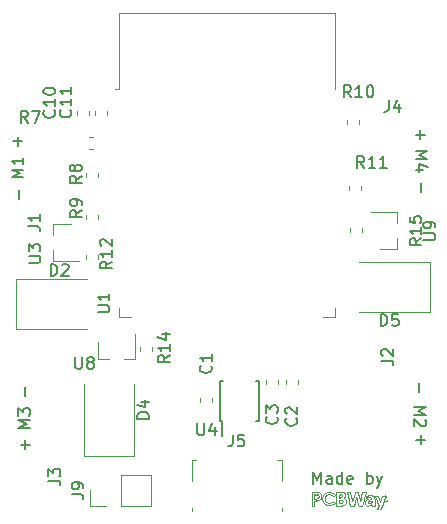
<source format=gbr>
G04 #@! TF.GenerationSoftware,KiCad,Pcbnew,(5.1.5)-3*
G04 #@! TF.CreationDate,2020-08-30T19:55:31+02:00*
G04 #@! TF.ProjectId,Drone_PCB,44726f6e-655f-4504-9342-2e6b69636164,rev?*
G04 #@! TF.SameCoordinates,Original*
G04 #@! TF.FileFunction,Legend,Top*
G04 #@! TF.FilePolarity,Positive*
%FSLAX46Y46*%
G04 Gerber Fmt 4.6, Leading zero omitted, Abs format (unit mm)*
G04 Created by KiCad (PCBNEW (5.1.5)-3) date 2020-08-30 19:55:31*
%MOMM*%
%LPD*%
G04 APERTURE LIST*
%ADD10C,0.150000*%
%ADD11C,0.040000*%
%ADD12C,0.120000*%
G04 APERTURE END LIST*
D10*
X76214647Y-72766180D02*
X76214647Y-71766180D01*
X76547980Y-72480466D01*
X76881314Y-71766180D01*
X76881314Y-72766180D01*
X77786076Y-72766180D02*
X77786076Y-72242371D01*
X77738457Y-72147133D01*
X77643219Y-72099514D01*
X77452742Y-72099514D01*
X77357504Y-72147133D01*
X77786076Y-72718561D02*
X77690838Y-72766180D01*
X77452742Y-72766180D01*
X77357504Y-72718561D01*
X77309885Y-72623323D01*
X77309885Y-72528085D01*
X77357504Y-72432847D01*
X77452742Y-72385228D01*
X77690838Y-72385228D01*
X77786076Y-72337609D01*
X78690838Y-72766180D02*
X78690838Y-71766180D01*
X78690838Y-72718561D02*
X78595600Y-72766180D01*
X78405123Y-72766180D01*
X78309885Y-72718561D01*
X78262266Y-72670942D01*
X78214647Y-72575704D01*
X78214647Y-72289990D01*
X78262266Y-72194752D01*
X78309885Y-72147133D01*
X78405123Y-72099514D01*
X78595600Y-72099514D01*
X78690838Y-72147133D01*
X79547980Y-72718561D02*
X79452742Y-72766180D01*
X79262266Y-72766180D01*
X79167028Y-72718561D01*
X79119409Y-72623323D01*
X79119409Y-72242371D01*
X79167028Y-72147133D01*
X79262266Y-72099514D01*
X79452742Y-72099514D01*
X79547980Y-72147133D01*
X79595600Y-72242371D01*
X79595600Y-72337609D01*
X79119409Y-72432847D01*
X80786076Y-72766180D02*
X80786076Y-71766180D01*
X80786076Y-72147133D02*
X80881314Y-72099514D01*
X81071790Y-72099514D01*
X81167028Y-72147133D01*
X81214647Y-72194752D01*
X81262266Y-72289990D01*
X81262266Y-72575704D01*
X81214647Y-72670942D01*
X81167028Y-72718561D01*
X81071790Y-72766180D01*
X80881314Y-72766180D01*
X80786076Y-72718561D01*
X81595600Y-72099514D02*
X81833695Y-72766180D01*
X82071790Y-72099514D02*
X81833695Y-72766180D01*
X81738457Y-73004276D01*
X81690838Y-73051895D01*
X81595600Y-73099514D01*
D11*
X78705464Y-74403828D02*
G75*
G02X78636179Y-74431901I-103732J156479D01*
G01*
X79034674Y-74200428D02*
G75*
G02X79041416Y-74303834I-789675J-103406D01*
G01*
X78746568Y-74357090D02*
G75*
G02X78705464Y-74403828I-106987J52647D01*
G01*
X78759374Y-74265717D02*
G75*
G02X78761416Y-74293289I-185094J-27572D01*
G01*
X78744274Y-74209711D02*
G75*
G02X78753243Y-74236401I-218237J-88193D01*
G01*
X78733596Y-74190518D02*
G75*
G02X78744274Y-74209711I-71869J-52552D01*
G01*
X78421416Y-73811861D02*
X78421416Y-73682803D01*
X79039391Y-74379864D02*
G75*
G02X79031992Y-74425737I-217941J11617D01*
G01*
X79031992Y-74425737D02*
G75*
G02X79016244Y-74462072I-134570J36745D01*
G01*
X78987242Y-74502230D02*
G75*
G02X78907116Y-74574557I-302362J254421D01*
G01*
X78677308Y-73880236D02*
G75*
G02X78646498Y-73915918I-100689J55798D01*
G01*
X78446416Y-73485164D02*
X78121416Y-73476222D01*
X78614587Y-73712609D02*
G75*
G02X78645126Y-73727613I-60305J-161327D01*
G01*
X78526416Y-73693982D02*
G75*
G02X78575375Y-73701451I-57867J-543510D01*
G01*
X78896220Y-74040820D02*
G75*
G02X78969014Y-74083163I-162778J-363579D01*
G01*
X78667646Y-73746775D02*
G75*
G02X78688972Y-73786683I-76286J-66418D01*
G01*
X78927845Y-73919384D02*
G75*
G02X78859941Y-73981708I-155396J101156D01*
G01*
X79012350Y-74132451D02*
G75*
G02X79034674Y-74200429I-168373J-92949D01*
G01*
X78907117Y-74574557D02*
G75*
G02X78816362Y-74615497I-162170J238434D01*
G01*
X78816361Y-74615497D02*
G75*
G02X78683693Y-74635137I-161061J630069D01*
G01*
X79016244Y-74462072D02*
G75*
G02X78987243Y-74502230I-285153J175380D01*
G01*
X78421416Y-73682803D02*
X78526416Y-73693982D01*
X78692322Y-73834192D02*
G75*
G02X78677308Y-73880236I-126685J15839D01*
G01*
X78890075Y-73556911D02*
G75*
G02X78948459Y-73621299I-127243J-174040D01*
G01*
X78688972Y-73786683D02*
G75*
G02X78692322Y-73834192I-118731J-32245D01*
G01*
X78627592Y-73925572D02*
G75*
G02X78595132Y-73933575I-95943J319330D01*
G01*
X78421416Y-73940918D02*
X78421416Y-73811861D01*
X79039391Y-74379864D02*
X79041416Y-74303834D01*
X78575374Y-73701451D02*
G75*
G02X78614587Y-73712609I-49539J-248585D01*
G01*
X78761415Y-74293289D02*
G75*
G02X78746568Y-74357089I-144501J0D01*
G01*
X78948459Y-73621298D02*
G75*
G02X78978280Y-73714097I-190048J-112264D01*
G01*
X78835527Y-73996886D02*
G75*
G02X78859941Y-73981708I129101J-180432D01*
G01*
X78645126Y-73727612D02*
G75*
G02X78667646Y-73746775I-52386J-84379D01*
G01*
X78556813Y-73939078D02*
G75*
G02X78517593Y-73940918I-39220J417102D01*
G01*
X78121416Y-74640918D02*
X78446416Y-74640479D01*
X78595132Y-73933575D02*
G75*
G02X78556813Y-73939079I-75386J388709D01*
G01*
X78646498Y-73915918D02*
G75*
G02X78627592Y-73925572I-35945J47056D01*
G01*
X78679613Y-73496230D02*
X78446416Y-73485164D01*
X78896221Y-74040820D02*
X78845097Y-74017191D01*
X78978280Y-73714098D02*
G75*
G02X78970031Y-73822041I-329119J-29136D01*
G01*
X78808917Y-73517902D02*
G75*
G02X78890075Y-73556911I-64659J-238454D01*
G01*
X78970031Y-73822041D02*
G75*
G02X78927845Y-73919384I-307888J75619D01*
G01*
X78121416Y-74058570D02*
X78121416Y-74640918D01*
X78446416Y-74640479D02*
X78683693Y-74635137D01*
X78517593Y-73940918D02*
X78421416Y-73940918D01*
X78636179Y-74431900D02*
G75*
G02X78538718Y-74440918I-97461J522151D01*
G01*
X78679613Y-73496231D02*
G75*
G02X78808917Y-73517902I-44740J-663520D01*
G01*
X78121416Y-73476222D02*
X78121416Y-74058570D01*
X78845097Y-74017192D02*
G75*
G02X78833525Y-74006781I11805J24759D01*
G01*
X78969014Y-74083163D02*
G75*
G02X79012350Y-74132451I-90205J-123008D01*
G01*
X78563596Y-74144439D02*
X78636068Y-74150207D01*
X78421416Y-74136405D02*
X78563596Y-74144439D01*
X78421416Y-74288662D02*
X78421416Y-74136405D01*
X78421416Y-74440918D02*
X78421416Y-74288662D01*
X78538718Y-74440918D02*
X78421416Y-74440918D01*
X78753244Y-74236401D02*
G75*
G02X78759373Y-74265718I-248327J-67221D01*
G01*
X78833526Y-74006781D02*
G75*
G02X78835527Y-73996886I6310J3874D01*
G01*
X80451446Y-74364606D02*
X80497657Y-74184818D01*
X79951365Y-74215622D02*
X79971161Y-74290918D01*
X79773152Y-74294653D02*
X79806176Y-74164980D01*
X80399517Y-74565918D02*
X80412603Y-74515531D01*
X80090029Y-73769175D02*
X80060345Y-73645563D01*
X80189585Y-74163585D02*
X80160517Y-74060107D01*
X80211826Y-74229052D02*
X80189585Y-74163585D01*
X80040759Y-74555918D02*
X80062957Y-74640918D01*
X79913050Y-74069246D02*
X79931079Y-74138232D01*
X79901274Y-74023900D02*
X79913050Y-74069246D01*
X79882233Y-73965601D02*
G75*
G02X79891879Y-73991273I-243702J-106219D01*
G01*
X80221633Y-74228956D02*
G75*
G02X80211826Y-74229052I-4921J1726D01*
G01*
X80253473Y-74097811D02*
X80229546Y-74201736D01*
X80221416Y-74640918D02*
X80379874Y-74640918D01*
X79178034Y-73909096D02*
X79218762Y-74067977D01*
X80011158Y-74443012D02*
X80029107Y-74511397D01*
X78681951Y-74158726D02*
G75*
G02X78712512Y-74171512I-33033J-121866D01*
G01*
X80532922Y-73480918D02*
X80387582Y-73480918D01*
X79971161Y-74290918D02*
X79990937Y-74366067D01*
X79891879Y-73991273D02*
X79901274Y-74023900D01*
X79873490Y-73948343D02*
G75*
G02X79882233Y-73965601I-144518J-84058D01*
G01*
X79868033Y-73947634D02*
G75*
G02X79873491Y-73948344I2456J-2456D01*
G01*
X79143861Y-73775142D02*
X79178034Y-73909096D01*
X80379874Y-74640918D02*
X80399517Y-74565918D01*
X79218762Y-74067977D02*
X79259393Y-74225904D01*
X79541441Y-74244039D02*
G75*
G02X79536608Y-74252393I-18056J4870D01*
G01*
X79639686Y-73867167D02*
X79602965Y-74012050D01*
X80229545Y-74201736D02*
G75*
G02X80221632Y-74228957I-253105J58817D01*
G01*
X80281078Y-73974690D02*
X80253473Y-74097811D01*
X80678262Y-73480918D02*
X80532922Y-73480918D01*
X79931079Y-74138232D02*
X79951365Y-74215622D01*
X79994830Y-73486601D02*
G75*
G02X80016261Y-73496710I-9394J-47683D01*
G01*
X78636068Y-74150207D02*
G75*
G02X78681951Y-74158725I-29431J-286372D01*
G01*
X80016261Y-73496710D02*
G75*
G02X80028266Y-73515075I-23186J-28263D01*
G01*
X80123316Y-73908957D02*
X80090029Y-73769175D01*
X80412603Y-74515531D02*
X80451446Y-74364606D01*
X80160517Y-74060107D02*
X80123316Y-73908957D01*
X79835726Y-74054007D02*
X79862300Y-73957467D01*
X80548711Y-73985918D02*
X80678262Y-73480918D01*
X80497657Y-74184818D02*
X80548711Y-73985918D01*
X80062957Y-74640918D02*
X80221416Y-74640918D01*
X80029107Y-74511397D02*
X80040759Y-74555918D01*
X79259393Y-74225904D02*
X79293205Y-74356680D01*
X79689024Y-74630918D02*
X79773152Y-74294653D01*
X79293205Y-74356680D02*
X79367320Y-74642441D01*
X79806176Y-74164980D02*
X79835726Y-74054007D01*
X79862300Y-73957467D02*
G75*
G02X79868033Y-73947634I21533J-5967D01*
G01*
X79536609Y-74252392D02*
G75*
G02X79531925Y-74251069I-1972J1971D01*
G01*
X79602965Y-74012050D02*
X79570590Y-74135530D01*
X79570590Y-74135530D02*
X79541440Y-74244039D01*
X79733787Y-73490918D02*
X79639686Y-73867167D01*
X80311281Y-73835918D02*
X80281078Y-73974690D01*
X79528172Y-74636680D02*
X79689024Y-74630918D01*
X79990937Y-74366067D02*
X80011158Y-74443012D01*
X80387582Y-73480918D02*
X80311281Y-73835918D01*
X78712512Y-74171511D02*
G75*
G02X78733596Y-74190518I-34982J-60003D01*
G01*
X79367320Y-74642441D02*
X79528172Y-74636680D01*
X79875986Y-73485075D02*
X79733787Y-73490918D01*
X79955718Y-73483001D02*
X79875986Y-73485075D01*
X79955718Y-73483000D02*
G75*
G02X79994830Y-73486600I2097J-191490D01*
G01*
X80034995Y-73540780D02*
X80028266Y-73515075D01*
X80060345Y-73645563D02*
X80034995Y-73540780D01*
X81971927Y-74869634D02*
X81979338Y-74850516D01*
X81961479Y-74890957D02*
X81971927Y-74869634D01*
X81949115Y-74911622D02*
X81961479Y-74890957D01*
X81949115Y-74911622D02*
G75*
G02X81925745Y-74938632I-112449J73679D01*
G01*
X81985943Y-74812106D02*
X82103883Y-74486881D01*
X82228208Y-74148052D02*
X82356249Y-73805918D01*
X82560745Y-74202032D02*
G75*
G02X82534543Y-74216401I-44827J50670D01*
G01*
X82103883Y-74486881D02*
X82228208Y-74148052D01*
X81981416Y-74837908D02*
G75*
G02X81985943Y-74812106I75788J1D01*
G01*
X81981416Y-74837908D02*
G75*
G02X81979338Y-74850516I-39299J1D01*
G01*
X82228270Y-73780918D02*
X82090845Y-73780918D01*
X81824206Y-74055918D02*
X81732486Y-73780918D01*
X82294534Y-73782081D02*
X82228270Y-73780918D01*
X81915925Y-74330918D02*
X81824206Y-74055918D01*
X82003385Y-74055918D02*
X81915925Y-74330918D01*
X81446563Y-73780918D02*
X81603989Y-74193922D01*
X81732486Y-73780918D02*
X81589525Y-73780918D01*
X82090845Y-73780918D02*
X82003385Y-74055918D01*
X81589525Y-73780918D02*
X81446563Y-73780918D01*
X82294534Y-73782080D02*
G75*
G02X82332996Y-73786484I-8611J-245377D01*
G01*
X82352405Y-73794286D02*
G75*
G02X82356249Y-73805918I-5265J-8191D01*
G01*
X82332996Y-73786484D02*
G75*
G02X82352406Y-73794286I-10659J-54568D01*
G01*
X77663157Y-73707404D02*
G75*
G02X77779308Y-73740493I-56799J-419782D01*
G01*
X80911415Y-73749670D02*
G75*
G02X80964981Y-73741416I44248J-109218D01*
G01*
X81020966Y-74480918D02*
G75*
G02X80963852Y-74474818I-1J270419D01*
G01*
X81093651Y-74472001D02*
G75*
G02X81020965Y-74480918I-72686J291780D01*
G01*
X81171794Y-74398075D02*
G75*
G02X81143215Y-74444936I-99728J28674D01*
G01*
X80907841Y-74420755D02*
G75*
G02X80901416Y-74365953I230488J54802D01*
G01*
X80927751Y-74455593D02*
G75*
G02X80907841Y-74420755I49334J51302D01*
G01*
X80963851Y-74474818D02*
G75*
G02X80927750Y-74455593I15821J73217D01*
G01*
X81143215Y-74444936D02*
G75*
G02X81093652Y-74472001I-76551J81269D01*
G01*
X81089825Y-73754523D02*
X80964981Y-73741416D01*
X81181416Y-74329785D02*
G75*
G02X81171793Y-74398075I-247137J1D01*
G01*
X80723311Y-74609445D02*
G75*
G02X80655386Y-74520811I166666J198071D01*
G01*
X81181415Y-74038507D02*
G75*
G02X81174539Y-74057742I-30340J-1D01*
G01*
X80898718Y-73753499D02*
X80869384Y-73759152D01*
X80626694Y-74407173D02*
G75*
G02X80642123Y-74292232I303993J17698D01*
G01*
X81089513Y-74610918D02*
G75*
G02X81002006Y-74651013I-162974J240155D01*
G01*
X80642123Y-74292232D02*
G75*
G02X80699462Y-74199795I225903J-76127D01*
G01*
X80825609Y-74126769D02*
G75*
G02X80919137Y-74104288I194688J-604161D01*
G01*
X81048941Y-73944544D02*
G75*
G02X81147448Y-73980116I-54041J-303832D01*
G01*
X80917083Y-73938995D02*
G75*
G02X81048941Y-73944544I45340J-491970D01*
G01*
X80701416Y-73999144D02*
X80786416Y-73968250D01*
X77779308Y-73740493D02*
G75*
G02X77874692Y-73803997I-140886J-315003D01*
G01*
X80699462Y-74199795D02*
G75*
G02X80754933Y-74157691I181405J-181404D01*
G01*
X77914926Y-73600703D02*
G75*
G02X77988338Y-73648201I-491433J-840041D01*
G01*
X81119633Y-74079723D02*
X81046416Y-74087991D01*
X78061415Y-73719563D02*
G75*
G02X78057936Y-73728740I-13844J0D01*
G01*
X81174539Y-74057742D02*
G75*
G02X81156259Y-74070730I-32938J27001D01*
G01*
X80786415Y-73968250D02*
G75*
G02X80917083Y-73938995I178668J-491573D01*
G01*
X77874692Y-73803997D02*
X77918515Y-73845166D01*
X80701416Y-73891257D02*
X80701416Y-73999144D01*
X80701416Y-73783369D02*
X80701416Y-73891257D01*
X78049777Y-73695059D02*
X77988338Y-73648201D01*
X78017335Y-73768583D02*
X78040427Y-73747301D01*
X77840847Y-73562364D02*
G75*
G02X77914926Y-73600703I-333157J-734457D01*
G01*
X81374606Y-73853241D02*
G75*
G02X81418088Y-73923253I-105970J-114322D01*
G01*
X81441416Y-74640918D02*
X81441416Y-74299925D01*
X81187256Y-74622239D02*
G75*
G02X81181416Y-74600918I35998J21320D01*
G01*
X81168785Y-74564320D02*
G75*
G02X81178636Y-74571604I977J-8982D01*
G01*
X81002006Y-74651012D02*
G75*
G02X80899066Y-74664419I-101371J376444D01*
G01*
X81147449Y-73980117D02*
G75*
G02X81181416Y-74038508I-33205J-58391D01*
G01*
X78040427Y-73747301D02*
X78057936Y-73728740D01*
X77918515Y-73845166D02*
X77989965Y-73790669D01*
X77989965Y-73790669D02*
X78017335Y-73768583D01*
X80655385Y-74520811D02*
G75*
G02X80626693Y-74407173I282421J131750D01*
G01*
X81311416Y-74640918D02*
X81441416Y-74640918D01*
X80899066Y-74664419D02*
G75*
G02X80799837Y-74650235I1466J364439D01*
G01*
X80834256Y-73765077D02*
X80796416Y-73770571D01*
X80799837Y-74650236D02*
G75*
G02X80723311Y-74609445I57528J200105D01*
G01*
X81046416Y-74087991D02*
X80919137Y-74104288D01*
X77731016Y-73529400D02*
G75*
G02X77840847Y-73562364I-67090J-422992D01*
G01*
X80911415Y-73749669D02*
G75*
G02X80898718Y-73753499I-27104J66902D01*
G01*
X80754933Y-74157691D02*
G75*
G02X80825609Y-74126769I188379J-334336D01*
G01*
X77597134Y-73519633D02*
G75*
G02X77731015Y-73529400I9269J-795440D01*
G01*
X80869384Y-73759152D02*
X80834256Y-73765077D01*
X80796416Y-73770571D02*
X80701416Y-73783369D01*
X81215010Y-73774992D02*
X81089825Y-73754523D01*
X81215011Y-73774991D02*
G75*
G02X81293074Y-73799591I-71126J-361866D01*
G01*
X81293073Y-73799592D02*
G75*
G02X81374605Y-73853240I-119819J-270871D01*
G01*
X81418088Y-73923253D02*
G75*
G02X81437211Y-74041463I-450227J-133485D01*
G01*
X81149315Y-74571247D02*
G75*
G02X81168785Y-74564320I24302J-37482D01*
G01*
X77350996Y-73568072D02*
G75*
G02X77462679Y-73532556I193906J-416401D01*
G01*
X81156259Y-74070729D02*
G75*
G02X81119633Y-74079723I-58822J160477D01*
G01*
X81089513Y-74610918D02*
X81149315Y-74571247D01*
X78049777Y-73695058D02*
G75*
G02X78061416Y-73719563I-19976J-24505D01*
G01*
X77462679Y-73532556D02*
G75*
G02X77597134Y-73519634I143816J-790437D01*
G01*
X81441416Y-74299925D02*
X81437211Y-74041463D01*
X81235345Y-74639791D02*
X81311416Y-74640918D01*
X81235345Y-74639791D02*
G75*
G02X81202666Y-74634380I3663J123525D01*
G01*
X81202666Y-74634380D02*
G75*
G02X81187256Y-74622239I8002J26007D01*
G01*
X81178636Y-74571604D02*
G75*
G02X81181416Y-74600918I-153202J-29315D01*
G01*
X79531925Y-74251069D02*
X79506932Y-74145572D01*
X76966934Y-73924344D02*
G75*
G02X76921658Y-74050526I-319995J43604D01*
G01*
X76824286Y-73556233D02*
G75*
G02X76912084Y-73646104I-139146J-223759D01*
G01*
X76921658Y-74050526D02*
G75*
G02X76860265Y-74121712I-253962J156957D01*
G01*
X76101416Y-74640918D02*
X76211416Y-74640918D01*
X79479300Y-74023241D02*
X79448188Y-73876144D01*
X79506932Y-74145572D02*
X79479300Y-74023241D01*
X76781571Y-74167580D02*
G75*
G02X76672904Y-74192606I-151510J409453D01*
G01*
X76321416Y-74420918D02*
X76321416Y-74200918D01*
X79218688Y-73485142D02*
X79068632Y-73479366D01*
X76860265Y-74121712D02*
G75*
G02X76781571Y-74167580I-170343J201812D01*
G01*
X79368745Y-73490918D02*
X79218688Y-73485142D01*
X76962637Y-73778894D02*
G75*
G02X76966934Y-73924343I-434695J-85631D01*
G01*
X76672904Y-74192605D02*
G75*
G02X76516416Y-74200479I-160165J1624261D01*
G01*
X76912084Y-73646104D02*
G75*
G02X76962636Y-73778894I-363259J-214308D01*
G01*
X76426416Y-73503863D02*
X76101416Y-73496808D01*
X76711481Y-73516978D02*
G75*
G02X76771158Y-73530997I-40125J-304838D01*
G01*
X76321416Y-74200918D02*
X76516416Y-74200479D01*
X76321416Y-74640918D02*
X76321416Y-74420918D01*
X76211416Y-74640918D02*
X76321416Y-74640918D01*
X79448188Y-73876144D02*
X79368745Y-73490918D01*
X76101416Y-74068863D02*
X76101416Y-74640918D01*
X76101416Y-73496808D02*
X76101416Y-74068863D01*
X76619293Y-73509321D02*
X76426416Y-73503863D01*
X79068632Y-73479366D02*
X79143861Y-73775142D01*
X76619293Y-73509320D02*
G75*
G02X76711481Y-73516978I-33609J-963373D01*
G01*
X76771158Y-73530997D02*
G75*
G02X76824286Y-73556234I-84748J-246953D01*
G01*
X76321416Y-74020918D02*
X76321416Y-73848349D01*
X76738771Y-73848920D02*
G75*
G02X76735775Y-73900156I-154009J-16701D01*
G01*
X77234497Y-73992386D02*
G75*
G02X77301321Y-73845091I347951J-69050D01*
G01*
X77315516Y-74302146D02*
G75*
G02X77239548Y-74155731I288035J242365D01*
G01*
X77427219Y-74391606D02*
G75*
G02X77315517Y-74302145I169434J326022D01*
G01*
X77563685Y-74430641D02*
G75*
G02X77427218Y-74391607I27702J354922D01*
G01*
X77710877Y-74414102D02*
G75*
G02X77563685Y-74430640I-116643J374865D01*
G01*
X77852960Y-74344092D02*
G75*
G02X77710878Y-74414102I-293377J416217D01*
G01*
X77937228Y-74284694D02*
X77852960Y-74344092D01*
X77999476Y-74348917D02*
X77937228Y-74284694D01*
X78061723Y-74413140D02*
X77999476Y-74348917D01*
X77461113Y-74600479D02*
G75*
G02X77350075Y-74570393I62329J449980D01*
G01*
X78006569Y-74464829D02*
X78061723Y-74413140D01*
X77064665Y-74254981D02*
G75*
G02X77041821Y-74151638I521232J169418D01*
G01*
X78006569Y-74464829D02*
G75*
G02X77920241Y-74532493I-425783J454325D01*
G01*
X77920242Y-74532493D02*
G75*
G02X77830750Y-74576859I-234540J360658D01*
G01*
X77830750Y-74576859D02*
G75*
G02X77728072Y-74601571I-165618J462466D01*
G01*
X77728073Y-74601570D02*
G75*
G02X77601416Y-74609923I-129917J1005596D01*
G01*
X77164296Y-74429445D02*
G75*
G02X77105457Y-74347121I375738J330738D01*
G01*
X76626126Y-74003505D02*
G75*
G02X76557901Y-74016831I-96115J310754D01*
G01*
X76580180Y-73692391D02*
G75*
G02X76629151Y-73701971I-22646J-245736D01*
G01*
X77350075Y-74570394D02*
G75*
G02X77255161Y-74515124I154866J375085D01*
G01*
X77121909Y-73757740D02*
G75*
G02X77220070Y-73650122I411225J-276509D01*
G01*
X77255161Y-74515123D02*
G75*
G02X77164296Y-74429444I413994J530072D01*
G01*
X76557901Y-74016831D02*
X76462730Y-74020918D01*
X76715779Y-73942652D02*
G75*
G02X76676558Y-73979434I-131656J101083D01*
G01*
X76724559Y-73796041D02*
G75*
G02X76738771Y-73848920I-162608J-72054D01*
G01*
X77220069Y-73650122D02*
G75*
G02X77350996Y-73568071I394598J-484168D01*
G01*
X76694770Y-73748920D02*
G75*
G02X76724558Y-73796041I-144637J-124412D01*
G01*
X76484770Y-73685236D02*
X76580180Y-73692391D01*
X77601416Y-74609923D02*
G75*
G02X77461113Y-74600479I-3213J999162D01*
G01*
X77041822Y-74151638D02*
G75*
G02X77036397Y-74035948I777587J94434D01*
G01*
X77060276Y-73887877D02*
G75*
G02X77121909Y-73757741I462356J-139310D01*
G01*
X76662624Y-73718900D02*
G75*
G02X76694770Y-73748921I-120836J-161610D01*
G01*
X76629151Y-73701971D02*
G75*
G02X76662624Y-73718900I-31477J-103796D01*
G01*
X76462730Y-74020918D02*
X76321416Y-74020918D01*
X76735775Y-73900156D02*
G75*
G02X76715779Y-73942652I-107307J24540D01*
G01*
X77105457Y-74347120D02*
G75*
G02X77064666Y-74254980I427432J244329D01*
G01*
X77036397Y-74035948D02*
G75*
G02X77060276Y-73887877I566338J-15374D01*
G01*
X76321416Y-73848349D02*
X76321416Y-73675779D01*
X77540557Y-73708168D02*
G75*
G02X77663157Y-73707404I63999J-432333D01*
G01*
X77426410Y-73743341D02*
G75*
G02X77540557Y-73708169I171929J-355157D01*
G01*
X76676559Y-73979434D02*
G75*
G02X76626126Y-74003504I-107442J160246D01*
G01*
X77301320Y-73845091D02*
G75*
G02X77426410Y-73743341I277860J-213831D01*
G01*
X77239549Y-74155731D02*
G75*
G02X77234497Y-73992386I351356J92617D01*
G01*
X76321416Y-73675779D02*
X76484770Y-73685236D01*
X81748751Y-74678553D02*
X81734812Y-74715394D01*
X80901416Y-74365953D02*
G75*
G02X80904198Y-74329403I241461J0D01*
G01*
X81759132Y-74647293D02*
X81748751Y-74678553D01*
X81761415Y-74632264D02*
G75*
G02X81759132Y-74647293I-50600J0D01*
G01*
X81758201Y-74613585D02*
G75*
G02X81761416Y-74632264I-52644J-18679D01*
G01*
X81715172Y-74493049D02*
X81758200Y-74613586D01*
X81603989Y-74193922D02*
X81664326Y-74354046D01*
X81181416Y-74240918D02*
X81181416Y-74329784D01*
X81072970Y-74244045D02*
G75*
G02X81106416Y-74241701I36388J-279512D01*
G01*
X80996727Y-74259846D02*
X81034353Y-74250553D01*
X80931986Y-74288513D02*
G75*
G02X80966416Y-74270736I150417J-249080D01*
G01*
X81664326Y-74354046D02*
X81715172Y-74493049D01*
X81106416Y-74241701D02*
X81181416Y-74240918D01*
X81034353Y-74250553D02*
X81072970Y-74244045D01*
X80966415Y-74270736D02*
G75*
G02X80996727Y-74259846I98663J-226997D01*
G01*
X80913379Y-74306113D02*
G75*
G02X80931986Y-74288514I49740J-33955D01*
G01*
X80904197Y-74329402D02*
G75*
G02X80913378Y-74306112I55820J-8549D01*
G01*
X81734812Y-74715394D02*
X81718304Y-74754260D01*
X82534543Y-74216401D02*
G75*
G02X82494168Y-74222821I-46534J162495D01*
G01*
X82329934Y-74223387D02*
G75*
G02X82297414Y-74218570I3007J132480D01*
G01*
X81670236Y-74870918D02*
X81667384Y-74880969D01*
X81670236Y-74870918D02*
G75*
G02X81674239Y-74858449I93945J-23279D01*
G01*
X82411976Y-74224318D02*
X82494168Y-74222821D01*
X82329934Y-74223387D02*
X82411976Y-74224318D01*
X81656959Y-74911052D02*
X81651208Y-74925918D01*
X81701431Y-74792738D02*
X81686400Y-74828400D01*
X82297414Y-74218571D02*
G75*
G02X82285723Y-74207535I4621J16606D01*
G01*
X81662602Y-74895325D02*
X81656959Y-74911052D01*
X81718304Y-74754260D02*
X81701431Y-74792738D01*
X81667384Y-74880969D02*
X81662602Y-74895325D01*
X82285723Y-74207535D02*
G75*
G02X82286208Y-74189318I24762J8456D01*
G01*
X81686400Y-74828400D02*
X81674239Y-74858449D01*
D10*
X85348771Y-47320247D02*
X85348771Y-48082152D01*
X85297971Y-42824447D02*
X85297971Y-43586352D01*
X84917019Y-43205400D02*
X85678923Y-43205400D01*
X84891619Y-44631076D02*
X85891619Y-44631076D01*
X85177333Y-44964409D01*
X85891619Y-45297742D01*
X84891619Y-45297742D01*
X85558285Y-46202504D02*
X84891619Y-46202504D01*
X85939238Y-45964409D02*
X85224952Y-45726314D01*
X85224952Y-46345361D01*
X51227028Y-44145152D02*
X51227028Y-43383247D01*
X51607980Y-43764200D02*
X50846076Y-43764200D01*
X51277828Y-48640952D02*
X51277828Y-47879047D01*
X51684180Y-46834323D02*
X50684180Y-46834323D01*
X51398466Y-46500990D01*
X50684180Y-46167657D01*
X51684180Y-46167657D01*
X51684180Y-45167657D02*
X51684180Y-45739085D01*
X51684180Y-45453371D02*
X50684180Y-45453371D01*
X50827038Y-45548609D01*
X50922276Y-45643847D01*
X50969895Y-45739085D01*
X51785828Y-65354152D02*
X51785828Y-64592247D01*
X51836628Y-69849952D02*
X51836628Y-69088047D01*
X52217580Y-69469000D02*
X51455676Y-69469000D01*
X52242980Y-68043323D02*
X51242980Y-68043323D01*
X51957266Y-67709990D01*
X51242980Y-67376657D01*
X52242980Y-67376657D01*
X51242980Y-66995704D02*
X51242980Y-66376657D01*
X51623933Y-66709990D01*
X51623933Y-66567133D01*
X51671552Y-66471895D01*
X51719171Y-66424276D01*
X51814409Y-66376657D01*
X52052504Y-66376657D01*
X52147742Y-66424276D01*
X52195361Y-66471895D01*
X52242980Y-66567133D01*
X52242980Y-66852847D01*
X52195361Y-66948085D01*
X52147742Y-66995704D01*
X85221771Y-64262047D02*
X85221771Y-65023952D01*
X85323371Y-68656247D02*
X85323371Y-69418152D01*
X84942419Y-69037200D02*
X85704323Y-69037200D01*
X84790019Y-66246476D02*
X85790019Y-66246476D01*
X85075733Y-66579809D01*
X85790019Y-66913142D01*
X84790019Y-66913142D01*
X85694780Y-67341714D02*
X85742400Y-67389333D01*
X85790019Y-67484571D01*
X85790019Y-67722666D01*
X85742400Y-67817904D01*
X85694780Y-67865523D01*
X85599542Y-67913142D01*
X85504304Y-67913142D01*
X85361447Y-67865523D01*
X84790019Y-67294095D01*
X84790019Y-67913142D01*
D12*
X56793000Y-64329000D02*
X56793000Y-70389000D01*
X56793000Y-70389000D02*
X61063000Y-70389000D01*
X61063000Y-70389000D02*
X61063000Y-64329000D01*
X65924000Y-75060000D02*
X65924000Y-74800000D01*
X65924000Y-72520000D02*
X65924000Y-70750000D01*
X65924000Y-70750000D02*
X66304000Y-70750000D01*
X73544000Y-70750000D02*
X73544000Y-72520000D01*
X73544000Y-74800000D02*
X73544000Y-75060000D01*
X73544000Y-70750000D02*
X73164000Y-70750000D01*
X57318600Y-74659800D02*
X57318600Y-73329800D01*
X58648600Y-74659800D02*
X57318600Y-74659800D01*
X59918600Y-74659800D02*
X59918600Y-71999800D01*
X59918600Y-71999800D02*
X62518600Y-71999800D01*
X59918600Y-74659800D02*
X62518600Y-74659800D01*
X62518600Y-74659800D02*
X62518600Y-71999800D01*
X80077000Y-58269000D02*
X86137000Y-58269000D01*
X86137000Y-58269000D02*
X86137000Y-53999000D01*
X86137000Y-53999000D02*
X80077000Y-53999000D01*
X51023000Y-59666000D02*
X57083000Y-59666000D01*
X51023000Y-55396000D02*
X51023000Y-59666000D01*
X57083000Y-55396000D02*
X51023000Y-55396000D01*
X83310000Y-52888000D02*
X81850000Y-52888000D01*
X83310000Y-49728000D02*
X81150000Y-49728000D01*
X83310000Y-49728000D02*
X83310000Y-50658000D01*
X83310000Y-52888000D02*
X83310000Y-51958000D01*
X57983000Y-62228000D02*
X57983000Y-60768000D01*
X61143000Y-62228000D02*
X61143000Y-60068000D01*
X61143000Y-62228000D02*
X60213000Y-62228000D01*
X57983000Y-62228000D02*
X58913000Y-62228000D01*
X54231000Y-50744000D02*
X55691000Y-50744000D01*
X54231000Y-53904000D02*
X56391000Y-53904000D01*
X54231000Y-53904000D02*
X54231000Y-52974000D01*
X54231000Y-50744000D02*
X54231000Y-51674000D01*
X79373000Y-51136733D02*
X79373000Y-51479267D01*
X80393000Y-51136733D02*
X80393000Y-51479267D01*
X61593000Y-61169733D02*
X61593000Y-61512267D01*
X62613000Y-61169733D02*
X62613000Y-61512267D01*
X58041000Y-53765267D02*
X58041000Y-53422733D01*
X57021000Y-53765267D02*
X57021000Y-53422733D01*
X79246000Y-47580733D02*
X79246000Y-47923267D01*
X80266000Y-47580733D02*
X80266000Y-47923267D01*
X79119000Y-41992733D02*
X79119000Y-42335267D01*
X80139000Y-41992733D02*
X80139000Y-42335267D01*
X58803000Y-41573267D02*
X58803000Y-41230733D01*
X57783000Y-41573267D02*
X57783000Y-41230733D01*
X57279000Y-41573267D02*
X57279000Y-41230733D01*
X56259000Y-41573267D02*
X56259000Y-41230733D01*
X74932000Y-64306267D02*
X74932000Y-63963733D01*
X73912000Y-64306267D02*
X73912000Y-63963733D01*
X67693000Y-65830267D02*
X67693000Y-65487733D01*
X66673000Y-65830267D02*
X66673000Y-65487733D01*
X73281000Y-64306267D02*
X73281000Y-63963733D01*
X72261000Y-64306267D02*
X72261000Y-63963733D01*
D10*
X68477000Y-67461000D02*
X68477000Y-68711000D01*
X71652000Y-67461000D02*
X71652000Y-64111000D01*
X68302000Y-67461000D02*
X68302000Y-64111000D01*
X71652000Y-67461000D02*
X71402000Y-67461000D01*
X71652000Y-64111000D02*
X71402000Y-64111000D01*
X68302000Y-64111000D02*
X68552000Y-64111000D01*
X68302000Y-67461000D02*
X68477000Y-67461000D01*
D12*
X59825000Y-39316000D02*
X59445000Y-39316000D01*
X59825000Y-32896000D02*
X59825000Y-39316000D01*
X78065000Y-32896000D02*
X78065000Y-39316000D01*
X59825000Y-32896000D02*
X78065000Y-32896000D01*
X78065000Y-58641000D02*
X77065000Y-58641000D01*
X78065000Y-57861000D02*
X78065000Y-58641000D01*
X59825000Y-58641000D02*
X60825000Y-58641000D01*
X59825000Y-57861000D02*
X59825000Y-58641000D01*
X57021000Y-49993733D02*
X57021000Y-50336267D01*
X58041000Y-49993733D02*
X58041000Y-50336267D01*
X57021000Y-46437733D02*
X57021000Y-46780267D01*
X58041000Y-46437733D02*
X58041000Y-46780267D01*
X57232733Y-44452000D02*
X57575267Y-44452000D01*
X57232733Y-43432000D02*
X57575267Y-43432000D01*
D10*
X62326780Y-67260695D02*
X61326780Y-67260695D01*
X61326780Y-67022600D01*
X61374400Y-66879742D01*
X61469638Y-66784504D01*
X61564876Y-66736885D01*
X61755352Y-66689266D01*
X61898209Y-66689266D01*
X62088685Y-66736885D01*
X62183923Y-66784504D01*
X62279161Y-66879742D01*
X62326780Y-67022600D01*
X62326780Y-67260695D01*
X61660114Y-65832123D02*
X62326780Y-65832123D01*
X61279161Y-66070219D02*
X61993447Y-66308314D01*
X61993447Y-65689266D01*
X69400666Y-68612380D02*
X69400666Y-69326666D01*
X69353047Y-69469523D01*
X69257809Y-69564761D01*
X69114952Y-69612380D01*
X69019714Y-69612380D01*
X70353047Y-68612380D02*
X69876857Y-68612380D01*
X69829238Y-69088571D01*
X69876857Y-69040952D01*
X69972095Y-68993333D01*
X70210190Y-68993333D01*
X70305428Y-69040952D01*
X70353047Y-69088571D01*
X70400666Y-69183809D01*
X70400666Y-69421904D01*
X70353047Y-69517142D01*
X70305428Y-69564761D01*
X70210190Y-69612380D01*
X69972095Y-69612380D01*
X69876857Y-69564761D01*
X69829238Y-69517142D01*
X55770980Y-73663133D02*
X56485266Y-73663133D01*
X56628123Y-73710752D01*
X56723361Y-73805990D01*
X56770980Y-73948847D01*
X56770980Y-74044085D01*
X56770980Y-73139323D02*
X56770980Y-72948847D01*
X56723361Y-72853609D01*
X56675742Y-72805990D01*
X56532885Y-72710752D01*
X56342409Y-72663133D01*
X55961457Y-72663133D01*
X55866219Y-72710752D01*
X55818600Y-72758371D01*
X55770980Y-72853609D01*
X55770980Y-73044085D01*
X55818600Y-73139323D01*
X55866219Y-73186942D01*
X55961457Y-73234561D01*
X56199552Y-73234561D01*
X56294790Y-73186942D01*
X56342409Y-73139323D01*
X56390028Y-73044085D01*
X56390028Y-72853609D01*
X56342409Y-72758371D01*
X56294790Y-72710752D01*
X56199552Y-72663133D01*
X81938904Y-59406380D02*
X81938904Y-58406380D01*
X82177000Y-58406380D01*
X82319857Y-58454000D01*
X82415095Y-58549238D01*
X82462714Y-58644476D01*
X82510333Y-58834952D01*
X82510333Y-58977809D01*
X82462714Y-59168285D01*
X82415095Y-59263523D01*
X82319857Y-59358761D01*
X82177000Y-59406380D01*
X81938904Y-59406380D01*
X83415095Y-58406380D02*
X82938904Y-58406380D01*
X82891285Y-58882571D01*
X82938904Y-58834952D01*
X83034142Y-58787333D01*
X83272238Y-58787333D01*
X83367476Y-58834952D01*
X83415095Y-58882571D01*
X83462714Y-58977809D01*
X83462714Y-59215904D01*
X83415095Y-59311142D01*
X83367476Y-59358761D01*
X83272238Y-59406380D01*
X83034142Y-59406380D01*
X82938904Y-59358761D01*
X82891285Y-59311142D01*
X53998904Y-55163980D02*
X53998904Y-54163980D01*
X54237000Y-54163980D01*
X54379857Y-54211600D01*
X54475095Y-54306838D01*
X54522714Y-54402076D01*
X54570333Y-54592552D01*
X54570333Y-54735409D01*
X54522714Y-54925885D01*
X54475095Y-55021123D01*
X54379857Y-55116361D01*
X54237000Y-55163980D01*
X53998904Y-55163980D01*
X54951285Y-54259219D02*
X54998904Y-54211600D01*
X55094142Y-54163980D01*
X55332238Y-54163980D01*
X55427476Y-54211600D01*
X55475095Y-54259219D01*
X55522714Y-54354457D01*
X55522714Y-54449695D01*
X55475095Y-54592552D01*
X54903666Y-55163980D01*
X55522714Y-55163980D01*
X85558380Y-52146104D02*
X86367904Y-52146104D01*
X86463142Y-52098485D01*
X86510761Y-52050866D01*
X86558380Y-51955628D01*
X86558380Y-51765152D01*
X86510761Y-51669914D01*
X86463142Y-51622295D01*
X86367904Y-51574676D01*
X85558380Y-51574676D01*
X86558380Y-51050866D02*
X86558380Y-50860390D01*
X86510761Y-50765152D01*
X86463142Y-50717533D01*
X86320285Y-50622295D01*
X86129809Y-50574676D01*
X85748857Y-50574676D01*
X85653619Y-50622295D01*
X85606000Y-50669914D01*
X85558380Y-50765152D01*
X85558380Y-50955628D01*
X85606000Y-51050866D01*
X85653619Y-51098485D01*
X85748857Y-51146104D01*
X85986952Y-51146104D01*
X86082190Y-51098485D01*
X86129809Y-51050866D01*
X86177428Y-50955628D01*
X86177428Y-50765152D01*
X86129809Y-50669914D01*
X86082190Y-50622295D01*
X85986952Y-50574676D01*
X56083295Y-62037980D02*
X56083295Y-62847504D01*
X56130914Y-62942742D01*
X56178533Y-62990361D01*
X56273771Y-63037980D01*
X56464247Y-63037980D01*
X56559485Y-62990361D01*
X56607104Y-62942742D01*
X56654723Y-62847504D01*
X56654723Y-62037980D01*
X57273771Y-62466552D02*
X57178533Y-62418933D01*
X57130914Y-62371314D01*
X57083295Y-62276076D01*
X57083295Y-62228457D01*
X57130914Y-62133219D01*
X57178533Y-62085600D01*
X57273771Y-62037980D01*
X57464247Y-62037980D01*
X57559485Y-62085600D01*
X57607104Y-62133219D01*
X57654723Y-62228457D01*
X57654723Y-62276076D01*
X57607104Y-62371314D01*
X57559485Y-62418933D01*
X57464247Y-62466552D01*
X57273771Y-62466552D01*
X57178533Y-62514171D01*
X57130914Y-62561790D01*
X57083295Y-62657028D01*
X57083295Y-62847504D01*
X57130914Y-62942742D01*
X57178533Y-62990361D01*
X57273771Y-63037980D01*
X57464247Y-63037980D01*
X57559485Y-62990361D01*
X57607104Y-62942742D01*
X57654723Y-62847504D01*
X57654723Y-62657028D01*
X57607104Y-62561790D01*
X57559485Y-62514171D01*
X57464247Y-62466552D01*
X52131980Y-54051104D02*
X52941504Y-54051104D01*
X53036742Y-54003485D01*
X53084361Y-53955866D01*
X53131980Y-53860628D01*
X53131980Y-53670152D01*
X53084361Y-53574914D01*
X53036742Y-53527295D01*
X52941504Y-53479676D01*
X52131980Y-53479676D01*
X52131980Y-53098723D02*
X52131980Y-52479676D01*
X52512933Y-52813009D01*
X52512933Y-52670152D01*
X52560552Y-52574914D01*
X52608171Y-52527295D01*
X52703409Y-52479676D01*
X52941504Y-52479676D01*
X53036742Y-52527295D01*
X53084361Y-52574914D01*
X53131980Y-52670152D01*
X53131980Y-52955866D01*
X53084361Y-53051104D01*
X53036742Y-53098723D01*
X85389980Y-52001657D02*
X84913790Y-52334990D01*
X85389980Y-52573085D02*
X84389980Y-52573085D01*
X84389980Y-52192133D01*
X84437600Y-52096895D01*
X84485219Y-52049276D01*
X84580457Y-52001657D01*
X84723314Y-52001657D01*
X84818552Y-52049276D01*
X84866171Y-52096895D01*
X84913790Y-52192133D01*
X84913790Y-52573085D01*
X85389980Y-51049276D02*
X85389980Y-51620704D01*
X85389980Y-51334990D02*
X84389980Y-51334990D01*
X84532838Y-51430228D01*
X84628076Y-51525466D01*
X84675695Y-51620704D01*
X84389980Y-50144514D02*
X84389980Y-50620704D01*
X84866171Y-50668323D01*
X84818552Y-50620704D01*
X84770933Y-50525466D01*
X84770933Y-50287371D01*
X84818552Y-50192133D01*
X84866171Y-50144514D01*
X84961409Y-50096895D01*
X85199504Y-50096895D01*
X85294742Y-50144514D01*
X85342361Y-50192133D01*
X85389980Y-50287371D01*
X85389980Y-50525466D01*
X85342361Y-50620704D01*
X85294742Y-50668323D01*
X64079380Y-61907657D02*
X63603190Y-62240990D01*
X64079380Y-62479085D02*
X63079380Y-62479085D01*
X63079380Y-62098133D01*
X63127000Y-62002895D01*
X63174619Y-61955276D01*
X63269857Y-61907657D01*
X63412714Y-61907657D01*
X63507952Y-61955276D01*
X63555571Y-62002895D01*
X63603190Y-62098133D01*
X63603190Y-62479085D01*
X64079380Y-60955276D02*
X64079380Y-61526704D01*
X64079380Y-61240990D02*
X63079380Y-61240990D01*
X63222238Y-61336228D01*
X63317476Y-61431466D01*
X63365095Y-61526704D01*
X63412714Y-60098133D02*
X64079380Y-60098133D01*
X63031761Y-60336228D02*
X63746047Y-60574323D01*
X63746047Y-59955276D01*
X59177180Y-53957457D02*
X58700990Y-54290790D01*
X59177180Y-54528885D02*
X58177180Y-54528885D01*
X58177180Y-54147933D01*
X58224800Y-54052695D01*
X58272419Y-54005076D01*
X58367657Y-53957457D01*
X58510514Y-53957457D01*
X58605752Y-54005076D01*
X58653371Y-54052695D01*
X58700990Y-54147933D01*
X58700990Y-54528885D01*
X59177180Y-53005076D02*
X59177180Y-53576504D01*
X59177180Y-53290790D02*
X58177180Y-53290790D01*
X58320038Y-53386028D01*
X58415276Y-53481266D01*
X58462895Y-53576504D01*
X58272419Y-52624123D02*
X58224800Y-52576504D01*
X58177180Y-52481266D01*
X58177180Y-52243171D01*
X58224800Y-52147933D01*
X58272419Y-52100314D01*
X58367657Y-52052695D01*
X58462895Y-52052695D01*
X58605752Y-52100314D01*
X59177180Y-52671742D01*
X59177180Y-52052695D01*
X80535542Y-46019980D02*
X80202209Y-45543790D01*
X79964114Y-46019980D02*
X79964114Y-45019980D01*
X80345066Y-45019980D01*
X80440304Y-45067600D01*
X80487923Y-45115219D01*
X80535542Y-45210457D01*
X80535542Y-45353314D01*
X80487923Y-45448552D01*
X80440304Y-45496171D01*
X80345066Y-45543790D01*
X79964114Y-45543790D01*
X81487923Y-46019980D02*
X80916495Y-46019980D01*
X81202209Y-46019980D02*
X81202209Y-45019980D01*
X81106971Y-45162838D01*
X81011733Y-45258076D01*
X80916495Y-45305695D01*
X82440304Y-46019980D02*
X81868876Y-46019980D01*
X82154590Y-46019980D02*
X82154590Y-45019980D01*
X82059352Y-45162838D01*
X81964114Y-45258076D01*
X81868876Y-45305695D01*
X79417942Y-40050980D02*
X79084609Y-39574790D01*
X78846514Y-40050980D02*
X78846514Y-39050980D01*
X79227466Y-39050980D01*
X79322704Y-39098600D01*
X79370323Y-39146219D01*
X79417942Y-39241457D01*
X79417942Y-39384314D01*
X79370323Y-39479552D01*
X79322704Y-39527171D01*
X79227466Y-39574790D01*
X78846514Y-39574790D01*
X80370323Y-40050980D02*
X79798895Y-40050980D01*
X80084609Y-40050980D02*
X80084609Y-39050980D01*
X79989371Y-39193838D01*
X79894133Y-39289076D01*
X79798895Y-39336695D01*
X80989371Y-39050980D02*
X81084609Y-39050980D01*
X81179847Y-39098600D01*
X81227466Y-39146219D01*
X81275085Y-39241457D01*
X81322704Y-39431933D01*
X81322704Y-39670028D01*
X81275085Y-39860504D01*
X81227466Y-39955742D01*
X81179847Y-40003361D01*
X81084609Y-40050980D01*
X80989371Y-40050980D01*
X80894133Y-40003361D01*
X80846514Y-39955742D01*
X80798895Y-39860504D01*
X80751276Y-39670028D01*
X80751276Y-39431933D01*
X80798895Y-39241457D01*
X80846514Y-39146219D01*
X80894133Y-39098600D01*
X80989371Y-39050980D01*
X52106580Y-50955533D02*
X52820866Y-50955533D01*
X52963723Y-51003152D01*
X53058961Y-51098390D01*
X53106580Y-51241247D01*
X53106580Y-51336485D01*
X53106580Y-49955533D02*
X53106580Y-50526961D01*
X53106580Y-50241247D02*
X52106580Y-50241247D01*
X52249438Y-50336485D01*
X52344676Y-50431723D01*
X52392295Y-50526961D01*
X55652942Y-41105057D02*
X55700561Y-41152676D01*
X55748180Y-41295533D01*
X55748180Y-41390771D01*
X55700561Y-41533628D01*
X55605323Y-41628866D01*
X55510085Y-41676485D01*
X55319609Y-41724104D01*
X55176752Y-41724104D01*
X54986276Y-41676485D01*
X54891038Y-41628866D01*
X54795800Y-41533628D01*
X54748180Y-41390771D01*
X54748180Y-41295533D01*
X54795800Y-41152676D01*
X54843419Y-41105057D01*
X55748180Y-40152676D02*
X55748180Y-40724104D01*
X55748180Y-40438390D02*
X54748180Y-40438390D01*
X54891038Y-40533628D01*
X54986276Y-40628866D01*
X55033895Y-40724104D01*
X55748180Y-39200295D02*
X55748180Y-39771723D01*
X55748180Y-39486009D02*
X54748180Y-39486009D01*
X54891038Y-39581247D01*
X54986276Y-39676485D01*
X55033895Y-39771723D01*
X54281342Y-41155857D02*
X54328961Y-41203476D01*
X54376580Y-41346333D01*
X54376580Y-41441571D01*
X54328961Y-41584428D01*
X54233723Y-41679666D01*
X54138485Y-41727285D01*
X53948009Y-41774904D01*
X53805152Y-41774904D01*
X53614676Y-41727285D01*
X53519438Y-41679666D01*
X53424200Y-41584428D01*
X53376580Y-41441571D01*
X53376580Y-41346333D01*
X53424200Y-41203476D01*
X53471819Y-41155857D01*
X54376580Y-40203476D02*
X54376580Y-40774904D01*
X54376580Y-40489190D02*
X53376580Y-40489190D01*
X53519438Y-40584428D01*
X53614676Y-40679666D01*
X53662295Y-40774904D01*
X53376580Y-39584428D02*
X53376580Y-39489190D01*
X53424200Y-39393952D01*
X53471819Y-39346333D01*
X53567057Y-39298714D01*
X53757533Y-39251095D01*
X53995628Y-39251095D01*
X54186104Y-39298714D01*
X54281342Y-39346333D01*
X54328961Y-39393952D01*
X54376580Y-39489190D01*
X54376580Y-39584428D01*
X54328961Y-39679666D01*
X54281342Y-39727285D01*
X54186104Y-39774904D01*
X53995628Y-39822523D01*
X53757533Y-39822523D01*
X53567057Y-39774904D01*
X53471819Y-39727285D01*
X53424200Y-39679666D01*
X53376580Y-39584428D01*
X74779142Y-67222666D02*
X74826761Y-67270285D01*
X74874380Y-67413142D01*
X74874380Y-67508380D01*
X74826761Y-67651238D01*
X74731523Y-67746476D01*
X74636285Y-67794095D01*
X74445809Y-67841714D01*
X74302952Y-67841714D01*
X74112476Y-67794095D01*
X74017238Y-67746476D01*
X73922000Y-67651238D01*
X73874380Y-67508380D01*
X73874380Y-67413142D01*
X73922000Y-67270285D01*
X73969619Y-67222666D01*
X73969619Y-66841714D02*
X73922000Y-66794095D01*
X73874380Y-66698857D01*
X73874380Y-66460761D01*
X73922000Y-66365523D01*
X73969619Y-66317904D01*
X74064857Y-66270285D01*
X74160095Y-66270285D01*
X74302952Y-66317904D01*
X74874380Y-66889333D01*
X74874380Y-66270285D01*
X67540142Y-62777666D02*
X67587761Y-62825285D01*
X67635380Y-62968142D01*
X67635380Y-63063380D01*
X67587761Y-63206238D01*
X67492523Y-63301476D01*
X67397285Y-63349095D01*
X67206809Y-63396714D01*
X67063952Y-63396714D01*
X66873476Y-63349095D01*
X66778238Y-63301476D01*
X66683000Y-63206238D01*
X66635380Y-63063380D01*
X66635380Y-62968142D01*
X66683000Y-62825285D01*
X66730619Y-62777666D01*
X67635380Y-61825285D02*
X67635380Y-62396714D01*
X67635380Y-62111000D02*
X66635380Y-62111000D01*
X66778238Y-62206238D01*
X66873476Y-62301476D01*
X66921095Y-62396714D01*
X73128142Y-67095666D02*
X73175761Y-67143285D01*
X73223380Y-67286142D01*
X73223380Y-67381380D01*
X73175761Y-67524238D01*
X73080523Y-67619476D01*
X72985285Y-67667095D01*
X72794809Y-67714714D01*
X72651952Y-67714714D01*
X72461476Y-67667095D01*
X72366238Y-67619476D01*
X72271000Y-67524238D01*
X72223380Y-67381380D01*
X72223380Y-67286142D01*
X72271000Y-67143285D01*
X72318619Y-67095666D01*
X72223380Y-66762333D02*
X72223380Y-66143285D01*
X72604333Y-66476619D01*
X72604333Y-66333761D01*
X72651952Y-66238523D01*
X72699571Y-66190904D01*
X72794809Y-66143285D01*
X73032904Y-66143285D01*
X73128142Y-66190904D01*
X73175761Y-66238523D01*
X73223380Y-66333761D01*
X73223380Y-66619476D01*
X73175761Y-66714714D01*
X73128142Y-66762333D01*
X82623066Y-40295580D02*
X82623066Y-41009866D01*
X82575447Y-41152723D01*
X82480209Y-41247961D01*
X82337352Y-41295580D01*
X82242114Y-41295580D01*
X83527828Y-40628914D02*
X83527828Y-41295580D01*
X83289733Y-40247961D02*
X83051638Y-40962247D01*
X83670685Y-40962247D01*
X53808380Y-72508333D02*
X54522666Y-72508333D01*
X54665523Y-72555952D01*
X54760761Y-72651190D01*
X54808380Y-72794047D01*
X54808380Y-72889285D01*
X53808380Y-72127380D02*
X53808380Y-71508333D01*
X54189333Y-71841666D01*
X54189333Y-71698809D01*
X54236952Y-71603571D01*
X54284571Y-71555952D01*
X54379809Y-71508333D01*
X54617904Y-71508333D01*
X54713142Y-71555952D01*
X54760761Y-71603571D01*
X54808380Y-71698809D01*
X54808380Y-71984523D01*
X54760761Y-72079761D01*
X54713142Y-72127380D01*
X82002380Y-62348333D02*
X82716666Y-62348333D01*
X82859523Y-62395952D01*
X82954761Y-62491190D01*
X83002380Y-62634047D01*
X83002380Y-62729285D01*
X82097619Y-61919761D02*
X82050000Y-61872142D01*
X82002380Y-61776904D01*
X82002380Y-61538809D01*
X82050000Y-61443571D01*
X82097619Y-61395952D01*
X82192857Y-61348333D01*
X82288095Y-61348333D01*
X82430952Y-61395952D01*
X83002380Y-61967380D01*
X83002380Y-61348333D01*
X66421095Y-67651380D02*
X66421095Y-68460904D01*
X66468714Y-68556142D01*
X66516333Y-68603761D01*
X66611571Y-68651380D01*
X66802047Y-68651380D01*
X66897285Y-68603761D01*
X66944904Y-68556142D01*
X66992523Y-68460904D01*
X66992523Y-67651380D01*
X67897285Y-67984714D02*
X67897285Y-68651380D01*
X67659190Y-67603761D02*
X67421095Y-68318047D01*
X68040142Y-68318047D01*
X57973980Y-58242104D02*
X58783504Y-58242104D01*
X58878742Y-58194485D01*
X58926361Y-58146866D01*
X58973980Y-58051628D01*
X58973980Y-57861152D01*
X58926361Y-57765914D01*
X58878742Y-57718295D01*
X58783504Y-57670676D01*
X57973980Y-57670676D01*
X58973980Y-56670676D02*
X58973980Y-57242104D01*
X58973980Y-56956390D02*
X57973980Y-56956390D01*
X58116838Y-57051628D01*
X58212076Y-57146866D01*
X58259695Y-57242104D01*
X56637180Y-49620466D02*
X56160990Y-49953800D01*
X56637180Y-50191895D02*
X55637180Y-50191895D01*
X55637180Y-49810942D01*
X55684800Y-49715704D01*
X55732419Y-49668085D01*
X55827657Y-49620466D01*
X55970514Y-49620466D01*
X56065752Y-49668085D01*
X56113371Y-49715704D01*
X56160990Y-49810942D01*
X56160990Y-50191895D01*
X56637180Y-49144276D02*
X56637180Y-48953800D01*
X56589561Y-48858561D01*
X56541942Y-48810942D01*
X56399085Y-48715704D01*
X56208609Y-48668085D01*
X55827657Y-48668085D01*
X55732419Y-48715704D01*
X55684800Y-48763323D01*
X55637180Y-48858561D01*
X55637180Y-49049038D01*
X55684800Y-49144276D01*
X55732419Y-49191895D01*
X55827657Y-49239514D01*
X56065752Y-49239514D01*
X56160990Y-49191895D01*
X56208609Y-49144276D01*
X56256228Y-49049038D01*
X56256228Y-48858561D01*
X56208609Y-48763323D01*
X56160990Y-48715704D01*
X56065752Y-48668085D01*
X56611780Y-46699466D02*
X56135590Y-47032800D01*
X56611780Y-47270895D02*
X55611780Y-47270895D01*
X55611780Y-46889942D01*
X55659400Y-46794704D01*
X55707019Y-46747085D01*
X55802257Y-46699466D01*
X55945114Y-46699466D01*
X56040352Y-46747085D01*
X56087971Y-46794704D01*
X56135590Y-46889942D01*
X56135590Y-47270895D01*
X56040352Y-46128038D02*
X55992733Y-46223276D01*
X55945114Y-46270895D01*
X55849876Y-46318514D01*
X55802257Y-46318514D01*
X55707019Y-46270895D01*
X55659400Y-46223276D01*
X55611780Y-46128038D01*
X55611780Y-45937561D01*
X55659400Y-45842323D01*
X55707019Y-45794704D01*
X55802257Y-45747085D01*
X55849876Y-45747085D01*
X55945114Y-45794704D01*
X55992733Y-45842323D01*
X56040352Y-45937561D01*
X56040352Y-46128038D01*
X56087971Y-46223276D01*
X56135590Y-46270895D01*
X56230828Y-46318514D01*
X56421304Y-46318514D01*
X56516542Y-46270895D01*
X56564161Y-46223276D01*
X56611780Y-46128038D01*
X56611780Y-45937561D01*
X56564161Y-45842323D01*
X56516542Y-45794704D01*
X56421304Y-45747085D01*
X56230828Y-45747085D01*
X56135590Y-45794704D01*
X56087971Y-45842323D01*
X56040352Y-45937561D01*
X52081133Y-42184580D02*
X51747800Y-41708390D01*
X51509704Y-42184580D02*
X51509704Y-41184580D01*
X51890657Y-41184580D01*
X51985895Y-41232200D01*
X52033514Y-41279819D01*
X52081133Y-41375057D01*
X52081133Y-41517914D01*
X52033514Y-41613152D01*
X51985895Y-41660771D01*
X51890657Y-41708390D01*
X51509704Y-41708390D01*
X52414466Y-41184580D02*
X53081133Y-41184580D01*
X52652561Y-42184580D01*
M02*

</source>
